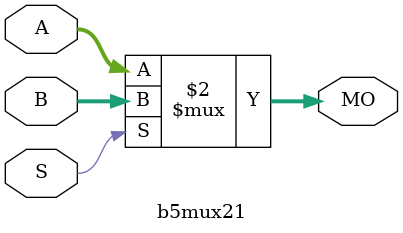
<source format=v>
module b5mux21 (MO,
                A,
                B,
                S);
    input [4:0] A, B;
    input S;
    output [4:0] MO; 
    assign MO = (S == 1) ? B : A; 
endmodule
</source>
